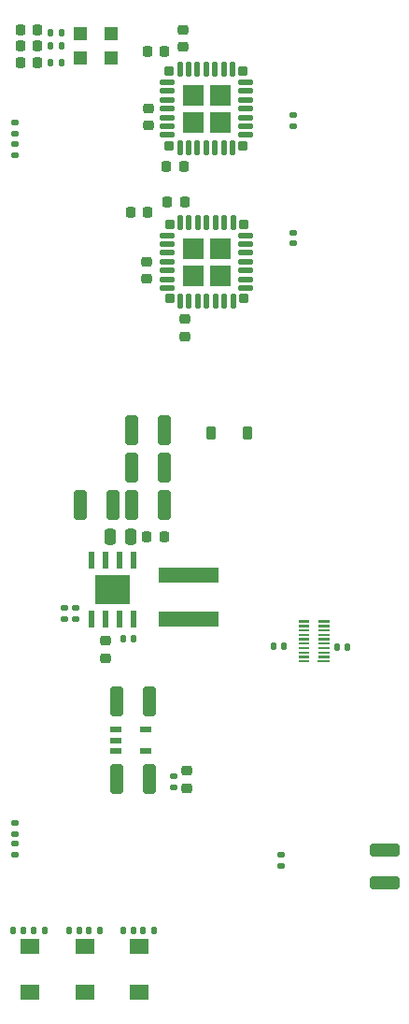
<source format=gtp>
G04 #@! TF.GenerationSoftware,KiCad,Pcbnew,8.0.8*
G04 #@! TF.CreationDate,2025-02-25T21:21:12+02:00*
G04 #@! TF.ProjectId,minisumo_2025,6d696e69-7375-46d6-9f5f-323032352e6b,rev?*
G04 #@! TF.SameCoordinates,Original*
G04 #@! TF.FileFunction,Paste,Top*
G04 #@! TF.FilePolarity,Positive*
%FSLAX46Y46*%
G04 Gerber Fmt 4.6, Leading zero omitted, Abs format (unit mm)*
G04 Created by KiCad (PCBNEW 8.0.8) date 2025-02-25 21:21:12*
%MOMM*%
%LPD*%
G01*
G04 APERTURE LIST*
G04 Aperture macros list*
%AMRoundRect*
0 Rectangle with rounded corners*
0 $1 Rounding radius*
0 $2 $3 $4 $5 $6 $7 $8 $9 X,Y pos of 4 corners*
0 Add a 4 corners polygon primitive as box body*
4,1,4,$2,$3,$4,$5,$6,$7,$8,$9,$2,$3,0*
0 Add four circle primitives for the rounded corners*
1,1,$1+$1,$2,$3*
1,1,$1+$1,$4,$5*
1,1,$1+$1,$6,$7*
1,1,$1+$1,$8,$9*
0 Add four rect primitives between the rounded corners*
20,1,$1+$1,$2,$3,$4,$5,0*
20,1,$1+$1,$4,$5,$6,$7,0*
20,1,$1+$1,$6,$7,$8,$9,0*
20,1,$1+$1,$8,$9,$2,$3,0*%
G04 Aperture macros list end*
%ADD10C,0.010000*%
%ADD11C,0.000000*%
%ADD12RoundRect,0.140000X-0.140000X-0.170000X0.140000X-0.170000X0.140000X0.170000X-0.140000X0.170000X0*%
%ADD13RoundRect,0.135000X0.135000X0.185000X-0.135000X0.185000X-0.135000X-0.185000X0.135000X-0.185000X0*%
%ADD14RoundRect,0.250000X-0.325000X-1.100000X0.325000X-1.100000X0.325000X1.100000X-0.325000X1.100000X0*%
%ADD15RoundRect,0.135000X-0.185000X0.135000X-0.185000X-0.135000X0.185000X-0.135000X0.185000X0.135000X0*%
%ADD16RoundRect,0.140000X0.140000X0.170000X-0.140000X0.170000X-0.140000X-0.170000X0.140000X-0.170000X0*%
%ADD17R,1.800000X1.350000*%
%ADD18RoundRect,0.238500X-0.211500X-0.211500X0.211500X-0.211500X0.211500X0.211500X-0.211500X0.211500X0*%
%ADD19RoundRect,0.148400X-0.556600X-0.131600X0.556600X-0.131600X0.556600X0.131600X-0.556600X0.131600X0*%
%ADD20RoundRect,0.148400X-0.131600X-0.556600X0.131600X-0.556600X0.131600X0.556600X-0.131600X0.556600X0*%
%ADD21RoundRect,0.225000X-0.225000X-0.250000X0.225000X-0.250000X0.225000X0.250000X-0.225000X0.250000X0*%
%ADD22R,0.599999X1.549999*%
%ADD23RoundRect,0.225000X-0.250000X0.225000X-0.250000X-0.225000X0.250000X-0.225000X0.250000X0.225000X0*%
%ADD24RoundRect,0.250000X-1.100000X0.325000X-1.100000X-0.325000X1.100000X-0.325000X1.100000X0.325000X0*%
%ADD25R,1.200000X1.200000*%
%ADD26RoundRect,0.140000X-0.170000X0.140000X-0.170000X-0.140000X0.170000X-0.140000X0.170000X0.140000X0*%
%ADD27RoundRect,0.225000X0.250000X-0.225000X0.250000X0.225000X-0.250000X0.225000X-0.250000X-0.225000X0*%
%ADD28R,1.000000X0.599999*%
%ADD29RoundRect,0.250000X0.325000X1.100000X-0.325000X1.100000X-0.325000X-1.100000X0.325000X-1.100000X0*%
%ADD30RoundRect,0.225000X0.225000X0.250000X-0.225000X0.250000X-0.225000X-0.250000X0.225000X-0.250000X0*%
%ADD31RoundRect,0.135000X0.185000X-0.135000X0.185000X0.135000X-0.185000X0.135000X-0.185000X-0.135000X0*%
%ADD32RoundRect,0.250000X-0.250000X-0.475000X0.250000X-0.475000X0.250000X0.475000X-0.250000X0.475000X0*%
%ADD33RoundRect,0.218750X-0.218750X-0.256250X0.218750X-0.256250X0.218750X0.256250X-0.218750X0.256250X0*%
%ADD34RoundRect,0.218750X-0.256250X0.218750X-0.256250X-0.218750X0.256250X-0.218750X0.256250X0.218750X0*%
%ADD35RoundRect,0.140000X0.170000X-0.140000X0.170000X0.140000X-0.170000X0.140000X-0.170000X-0.140000X0*%
%ADD36RoundRect,0.225000X0.225000X0.375000X-0.225000X0.375000X-0.225000X-0.375000X0.225000X-0.375000X0*%
%ADD37R,5.500000X1.430000*%
G04 APERTURE END LIST*
D10*
G04 #@! TO.C,U6*
X131835000Y-70708716D02*
X130057490Y-70708716D01*
X130057490Y-68940000D01*
X131835000Y-68940000D01*
X131835000Y-70708716D01*
G36*
X131835000Y-70708716D02*
G01*
X130057490Y-70708716D01*
X130057490Y-68940000D01*
X131835000Y-68940000D01*
X131835000Y-70708716D01*
G37*
X131835000Y-73215090D02*
X130059910Y-73215090D01*
X130059910Y-71440000D01*
X131835000Y-71440000D01*
X131835000Y-73215090D01*
G36*
X131835000Y-73215090D02*
G01*
X130059910Y-73215090D01*
X130059910Y-71440000D01*
X131835000Y-71440000D01*
X131835000Y-73215090D01*
G37*
X134335000Y-73215300D02*
X132565906Y-73215300D01*
X132565906Y-71440000D01*
X134335000Y-71440000D01*
X134335000Y-73215300D01*
G36*
X134335000Y-73215300D02*
G01*
X132565906Y-73215300D01*
X132565906Y-71440000D01*
X134335000Y-71440000D01*
X134335000Y-73215300D01*
G37*
X134335000Y-70708623D02*
X132566377Y-70708623D01*
X132566377Y-68940000D01*
X134335000Y-68940000D01*
X134335000Y-70708623D01*
G36*
X134335000Y-70708623D02*
G01*
X132566377Y-70708623D01*
X132566377Y-68940000D01*
X134335000Y-68940000D01*
X134335000Y-70708623D01*
G37*
D11*
G04 #@! TO.C,U1*
G36*
X125204999Y-102060000D02*
G01*
X122105001Y-102060000D01*
X122105001Y-99460000D01*
X125204999Y-99460000D01*
X125204999Y-102060000D01*
G37*
D10*
G04 #@! TO.C,U7*
X131810000Y-56838716D02*
X130032490Y-56838716D01*
X130032490Y-55070000D01*
X131810000Y-55070000D01*
X131810000Y-56838716D01*
G36*
X131810000Y-56838716D02*
G01*
X130032490Y-56838716D01*
X130032490Y-55070000D01*
X131810000Y-55070000D01*
X131810000Y-56838716D01*
G37*
X131810000Y-59345090D02*
X130034910Y-59345090D01*
X130034910Y-57570000D01*
X131810000Y-57570000D01*
X131810000Y-59345090D01*
G36*
X131810000Y-59345090D02*
G01*
X130034910Y-59345090D01*
X130034910Y-57570000D01*
X131810000Y-57570000D01*
X131810000Y-59345090D01*
G37*
X134310000Y-59345300D02*
X132540906Y-59345300D01*
X132540906Y-57570000D01*
X134310000Y-57570000D01*
X134310000Y-59345300D01*
G36*
X134310000Y-59345300D02*
G01*
X132540906Y-59345300D01*
X132540906Y-57570000D01*
X134310000Y-57570000D01*
X134310000Y-59345300D01*
G37*
X134310000Y-56838623D02*
X132541377Y-56838623D01*
X132541377Y-55070000D01*
X134310000Y-55070000D01*
X134310000Y-56838623D01*
G36*
X134310000Y-56838623D02*
G01*
X132541377Y-56838623D01*
X132541377Y-55070000D01*
X134310000Y-55070000D01*
X134310000Y-56838623D01*
G37*
D11*
G04 #@! TO.C,U5*
G36*
X141529999Y-103749951D02*
G01*
X140530001Y-103749951D01*
X140530001Y-103550053D01*
X141529999Y-103550053D01*
X141529999Y-103749951D01*
G37*
G36*
X141529999Y-104149950D02*
G01*
X140530001Y-104149950D01*
X140530001Y-103950052D01*
X141529999Y-103950052D01*
X141529999Y-104149950D01*
G37*
G36*
X141529999Y-104549949D02*
G01*
X140530001Y-104549949D01*
X140530001Y-104350051D01*
X141529999Y-104350051D01*
X141529999Y-104549949D01*
G37*
G36*
X141529999Y-104949949D02*
G01*
X140530001Y-104949949D01*
X140530001Y-104750051D01*
X141529999Y-104750051D01*
X141529999Y-104949949D01*
G37*
G36*
X141529999Y-105349950D02*
G01*
X140530001Y-105349950D01*
X140530001Y-105150052D01*
X141529999Y-105150052D01*
X141529999Y-105349950D01*
G37*
G36*
X141529999Y-105749950D02*
G01*
X140530001Y-105749950D01*
X140530001Y-105550052D01*
X141529999Y-105550052D01*
X141529999Y-105749950D01*
G37*
G36*
X141529999Y-106149949D02*
G01*
X140530001Y-106149949D01*
X140530001Y-105950051D01*
X141529999Y-105950051D01*
X141529999Y-106149949D01*
G37*
G36*
X141529999Y-106549951D02*
G01*
X140530001Y-106549951D01*
X140530001Y-106350053D01*
X141529999Y-106350053D01*
X141529999Y-106549951D01*
G37*
G36*
X141529999Y-106949950D02*
G01*
X140530001Y-106949950D01*
X140530001Y-106750052D01*
X141529999Y-106750052D01*
X141529999Y-106949950D01*
G37*
G36*
X141529999Y-107349949D02*
G01*
X140530001Y-107349949D01*
X140530001Y-107150051D01*
X141529999Y-107150051D01*
X141529999Y-107349949D01*
G37*
G36*
X143330001Y-103749951D02*
G01*
X142330003Y-103749951D01*
X142330003Y-103550053D01*
X143330001Y-103550053D01*
X143330001Y-103749951D01*
G37*
G36*
X143330001Y-104149950D02*
G01*
X142330003Y-104149950D01*
X142330003Y-103950052D01*
X143330001Y-103950052D01*
X143330001Y-104149950D01*
G37*
G36*
X143330001Y-104549949D02*
G01*
X142330003Y-104549949D01*
X142330003Y-104350051D01*
X143330001Y-104350051D01*
X143330001Y-104549949D01*
G37*
G36*
X143330001Y-104949951D02*
G01*
X142330003Y-104949951D01*
X142330003Y-104750053D01*
X143330001Y-104750053D01*
X143330001Y-104949951D01*
G37*
G36*
X143330001Y-105349950D02*
G01*
X142330003Y-105349950D01*
X142330003Y-105150052D01*
X143330001Y-105150052D01*
X143330001Y-105349950D01*
G37*
G36*
X143330001Y-105749950D02*
G01*
X142330003Y-105749950D01*
X142330003Y-105550052D01*
X143330001Y-105550052D01*
X143330001Y-105749950D01*
G37*
G36*
X143330001Y-106149951D02*
G01*
X142330003Y-106149951D01*
X142330003Y-105950053D01*
X143330001Y-105950053D01*
X143330001Y-106149951D01*
G37*
G36*
X143330001Y-106549951D02*
G01*
X142330003Y-106549951D01*
X142330003Y-106350053D01*
X143330001Y-106350053D01*
X143330001Y-106549951D01*
G37*
G36*
X143330001Y-106949950D02*
G01*
X142330003Y-106949950D01*
X142330003Y-106750052D01*
X143330001Y-106750052D01*
X143330001Y-106949950D01*
G37*
G36*
X143330001Y-107349949D02*
G01*
X142280041Y-107349949D01*
X142280041Y-107150051D01*
X143330001Y-107150051D01*
X143330001Y-107349949D01*
G37*
G04 #@! TD*
D12*
G04 #@! TO.C,C7*
X124640000Y-131650000D03*
X125600000Y-131650000D03*
G04 #@! TD*
D13*
G04 #@! TO.C,R7*
X122570000Y-131650000D03*
X121550000Y-131650000D03*
G04 #@! TD*
D14*
G04 #@! TO.C,C14*
X124079999Y-117870001D03*
X127029999Y-117870001D03*
G04 #@! TD*
D15*
G04 #@! TO.C,R24*
X114830000Y-121860000D03*
X114830000Y-122880000D03*
G04 #@! TD*
D14*
G04 #@! TO.C,C10*
X125430000Y-86310000D03*
X128380000Y-86310000D03*
G04 #@! TD*
D13*
G04 #@! TO.C,R18*
X119087500Y-51550000D03*
X118067500Y-51550000D03*
G04 #@! TD*
D16*
G04 #@! TO.C,C33*
X139250000Y-105890000D03*
X138290000Y-105890000D03*
G04 #@! TD*
D17*
G04 #@! TO.C,SW1*
X126050000Y-137205000D03*
X126050000Y-133055000D03*
G04 #@! TD*
D15*
G04 #@! TO.C,R6*
X129200000Y-117627500D03*
X129200000Y-118647500D03*
G04 #@! TD*
D18*
G04 #@! TO.C,U6*
X128850000Y-67725000D03*
D19*
X128640000Y-68675000D03*
X128640000Y-69475000D03*
X128640000Y-70275000D03*
X128640000Y-71075000D03*
X128640000Y-71875000D03*
X128640000Y-72675000D03*
X128640000Y-73475000D03*
D18*
X128850000Y-74425000D03*
D20*
X129800000Y-74635000D03*
X130600000Y-74635000D03*
X131400000Y-74635000D03*
X132200000Y-74635000D03*
X133000000Y-74635000D03*
X133800000Y-74635000D03*
X134600000Y-74635000D03*
D18*
X135550000Y-74425000D03*
D19*
X135760000Y-73475000D03*
X135760000Y-72675000D03*
X135760000Y-71875000D03*
X135760000Y-71075000D03*
X135760000Y-70275000D03*
X135760000Y-69475000D03*
X135760000Y-68675000D03*
D18*
X135550000Y-67725000D03*
D20*
X134600000Y-67515000D03*
X133800000Y-67515000D03*
X133000000Y-67515000D03*
X132200000Y-67515000D03*
X131400000Y-67515000D03*
X130600000Y-67515000D03*
X129800000Y-67515000D03*
G04 #@! TD*
D16*
G04 #@! TO.C,C18*
X115600000Y-131600000D03*
X114640000Y-131600000D03*
G04 #@! TD*
D21*
G04 #@! TO.C,C19*
X125325000Y-66600000D03*
X126875000Y-66600000D03*
G04 #@! TD*
D13*
G04 #@! TO.C,R17*
X119097500Y-50300000D03*
X118077500Y-50300000D03*
G04 #@! TD*
D14*
G04 #@! TO.C,C4*
X120730000Y-93110000D03*
X123680000Y-93110000D03*
G04 #@! TD*
D22*
G04 #@! TO.C,U1*
X125560000Y-98060000D03*
X124290000Y-98060000D03*
X123020000Y-98060000D03*
X121750000Y-98060000D03*
X121750000Y-103460000D03*
X123020000Y-103460000D03*
X124290000Y-103460000D03*
X125560000Y-103460000D03*
G04 #@! TD*
D13*
G04 #@! TO.C,R25*
X119097500Y-53050000D03*
X118077500Y-53050000D03*
G04 #@! TD*
D23*
G04 #@! TO.C,C21*
X126775000Y-71100000D03*
X126775000Y-72650000D03*
G04 #@! TD*
D21*
G04 #@! TO.C,C11*
X126805000Y-95935000D03*
X128355000Y-95935000D03*
G04 #@! TD*
D12*
G04 #@! TO.C,C29*
X144980000Y-106000000D03*
X144020000Y-106000000D03*
G04 #@! TD*
D17*
G04 #@! TO.C,SW5*
X121150000Y-137200000D03*
X121150000Y-133050000D03*
G04 #@! TD*
D24*
G04 #@! TO.C,C17*
X148370000Y-124380000D03*
X148370000Y-127330000D03*
G04 #@! TD*
D25*
G04 #@! TO.C,D4*
X123550000Y-50400000D03*
X120750000Y-50400000D03*
G04 #@! TD*
D26*
G04 #@! TO.C,C16*
X138970000Y-124780000D03*
X138970000Y-125740000D03*
G04 #@! TD*
D18*
G04 #@! TO.C,U7*
X128825000Y-53855000D03*
D19*
X128615000Y-54805000D03*
X128615000Y-55605000D03*
X128615000Y-56405000D03*
X128615000Y-57205000D03*
X128615000Y-58005000D03*
X128615000Y-58805000D03*
X128615000Y-59605000D03*
D18*
X128825000Y-60555000D03*
D20*
X129775000Y-60765000D03*
X130575000Y-60765000D03*
X131375000Y-60765000D03*
X132175000Y-60765000D03*
X132975000Y-60765000D03*
X133775000Y-60765000D03*
X134575000Y-60765000D03*
D18*
X135525000Y-60555000D03*
D19*
X135735000Y-59605000D03*
X135735000Y-58805000D03*
X135735000Y-58005000D03*
X135735000Y-57205000D03*
X135735000Y-56405000D03*
X135735000Y-55605000D03*
X135735000Y-54805000D03*
D18*
X135525000Y-53855000D03*
D20*
X134575000Y-53645000D03*
X133775000Y-53645000D03*
X132975000Y-53645000D03*
X132175000Y-53645000D03*
X131375000Y-53645000D03*
X130575000Y-53645000D03*
X129775000Y-53645000D03*
G04 #@! TD*
D15*
G04 #@! TO.C,R5*
X120355000Y-102435000D03*
X120355000Y-103455000D03*
G04 #@! TD*
D23*
G04 #@! TO.C,C21*
X130215000Y-76285000D03*
X130215000Y-77835000D03*
G04 #@! TD*
D27*
G04 #@! TO.C,C21*
X130060000Y-51650000D03*
X130060000Y-50100000D03*
G04 #@! TD*
D28*
G04 #@! TO.C,U4*
X123954998Y-113450000D03*
X123954998Y-114400001D03*
X123954998Y-115349999D03*
X126704998Y-115349999D03*
X126704998Y-113450000D03*
G04 #@! TD*
D29*
G04 #@! TO.C,C15*
X126999999Y-110920001D03*
X124049999Y-110920001D03*
G04 #@! TD*
D21*
G04 #@! TO.C,C20*
X126850000Y-52000000D03*
X128400000Y-52000000D03*
G04 #@! TD*
D30*
G04 #@! TO.C,C23*
X130200000Y-65700000D03*
X128650000Y-65700000D03*
G04 #@! TD*
D15*
G04 #@! TO.C,R21*
X114800000Y-60380000D03*
X114800000Y-61400000D03*
G04 #@! TD*
D31*
G04 #@! TO.C,R4*
X119280000Y-103455000D03*
X119280000Y-102435000D03*
G04 #@! TD*
D32*
G04 #@! TO.C,C5*
X123455000Y-95935000D03*
X125355000Y-95935000D03*
G04 #@! TD*
D13*
G04 #@! TO.C,R1*
X127480000Y-131650000D03*
X126460000Y-131650000D03*
G04 #@! TD*
D33*
G04 #@! TO.C,D7*
X115312500Y-50050000D03*
X116887500Y-50050000D03*
G04 #@! TD*
D14*
G04 #@! TO.C,C8*
X125430000Y-89685000D03*
X128380000Y-89685000D03*
G04 #@! TD*
D34*
G04 #@! TO.C,D2*
X130450000Y-117175000D03*
X130450000Y-118750000D03*
G04 #@! TD*
D16*
G04 #@! TO.C,C3*
X125585001Y-105210001D03*
X124625001Y-105210001D03*
G04 #@! TD*
D23*
G04 #@! TO.C,C21*
X126900000Y-57200000D03*
X126900000Y-58750000D03*
G04 #@! TD*
D17*
G04 #@! TO.C,SW2*
X116150000Y-137175000D03*
X116150000Y-133025000D03*
G04 #@! TD*
D25*
G04 #@! TO.C,D6*
X123550000Y-52650000D03*
X120750000Y-52650000D03*
G04 #@! TD*
D15*
G04 #@! TO.C,R23*
X114830000Y-123760000D03*
X114830000Y-124780000D03*
G04 #@! TD*
D30*
G04 #@! TO.C,C21*
X130120000Y-62470000D03*
X128570000Y-62470000D03*
G04 #@! TD*
D23*
G04 #@! TO.C,C13*
X123005001Y-105410001D03*
X123005001Y-106960001D03*
G04 #@! TD*
D14*
G04 #@! TO.C,C9*
X125442812Y-93129793D03*
X128392812Y-93129793D03*
G04 #@! TD*
D12*
G04 #@! TO.C,C12*
X119740000Y-131650000D03*
X120700000Y-131650000D03*
G04 #@! TD*
D33*
G04 #@! TO.C,D9*
X115300000Y-53050000D03*
X116875000Y-53050000D03*
G04 #@! TD*
D35*
G04 #@! TO.C,C26*
X140055000Y-58790000D03*
X140055000Y-57830000D03*
G04 #@! TD*
D33*
G04 #@! TO.C,D8*
X115312500Y-51550000D03*
X116887500Y-51550000D03*
G04 #@! TD*
D35*
G04 #@! TO.C,C25*
X140060000Y-69405000D03*
X140060000Y-68445000D03*
G04 #@! TD*
D36*
G04 #@! TO.C,D1*
X135887500Y-86560000D03*
X132587500Y-86560000D03*
G04 #@! TD*
D13*
G04 #@! TO.C,R8*
X117520000Y-131600000D03*
X116500000Y-131600000D03*
G04 #@! TD*
D37*
G04 #@! TO.C,L1*
X130555000Y-103460000D03*
X130555000Y-99420000D03*
G04 #@! TD*
D15*
G04 #@! TO.C,R22*
X114800000Y-58480000D03*
X114800000Y-59500000D03*
G04 #@! TD*
M02*

</source>
